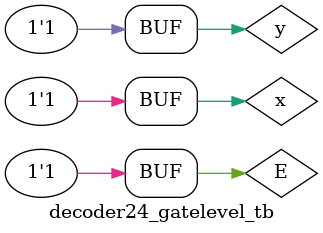
<source format=v>
 /*                                                                      
 Copyright 2018 Nuclei System Technology, Inc.                
                                                                         
 Licensed under the Apache License, Version 2.0 (the "License");         
 you may not use this file except in compliance with the License.        
 You may obtain a copy of the License at                                 
                                                                         
     http://www.apache.org/licenses/LICENSE-2.0                          
                                                                         
  Unless required by applicable law or agreed to in writing, software    
 distributed under the License is distributed on an "AS IS" BASIS,       
 WITHOUT WARRANTIES OR CONDITIONS OF ANY KIND, either express or implied.
 See the License for the specific language governing permissions and     
 limitations under the License.                                          
 */                                                                      
                                                                         
                                                                         
                                                                         
module e203_soc_top(

    // This clock should comes from the crystal pad generated high speed clock (16MHz)
  input  hfextclk,
  output hfxoscen,// The signal to enable the crystal pad generated clock

  // This clock should comes from the crystal pad generated low speed clock (32.768KHz)
  input  lfextclk,
  output lfxoscen,// The signal to enable the crystal pad generated clock


  // The JTAG TCK is input, need to be pull-up
  input   io_pads_jtag_TCK_i_ival,

  // The JTAG TMS is input, need to be pull-up
  input   io_pads_jtag_TMS_i_ival,

  // The JTAG TDI is input, need to be pull-up
  input   io_pads_jtag_TDI_i_ival,

  // The JTAG TDO is output have enable
  output  io_pads_jtag_TDO_o_oval,
  output  io_pads_jtag_TDO_o_oe,

  // The GPIO are all bidir pad have enables
  input   io_pads_gpio_0_i_ival,
  output  io_pads_gpio_0_o_oval,
  output  io_pads_gpio_0_o_oe,
  output  io_pads_gpio_0_o_ie,
  output  io_pads_gpio_0_o_pue,
  output  io_pads_gpio_0_o_ds,
  input   io_pads_gpio_1_i_ival,
  output  io_pads_gpio_1_o_oval,
  output  io_pads_gpio_1_o_oe,
  output  io_pads_gpio_1_o_ie,
  output  io_pads_gpio_1_o_pue,
  output  io_pads_gpio_1_o_ds,
  input   io_pads_gpio_2_i_ival,
  output  io_pads_gpio_2_o_oval,
  output  io_pads_gpio_2_o_oe,
  output  io_pads_gpio_2_o_ie,
  output  io_pads_gpio_2_o_pue,
  output  io_pads_gpio_2_o_ds,
  input   io_pads_gpio_3_i_ival,
  output  io_pads_gpio_3_o_oval,
  output  io_pads_gpio_3_o_oe,
  output  io_pads_gpio_3_o_ie,
  output  io_pads_gpio_3_o_pue,
  output  io_pads_gpio_3_o_ds,
  input   io_pads_gpio_4_i_ival,
  output  io_pads_gpio_4_o_oval,
  output  io_pads_gpio_4_o_oe,
  output  io_pads_gpio_4_o_ie,
  output  io_pads_gpio_4_o_pue,
  output  io_pads_gpio_4_o_ds,
  input   io_pads_gpio_5_i_ival,
  output  io_pads_gpio_5_o_oval,
  output  io_pads_gpio_5_o_oe,
  output  io_pads_gpio_5_o_ie,
  output  io_pads_gpio_5_o_pue,
  output  io_pads_gpio_5_o_ds,
  input   io_pads_gpio_6_i_ival,
  output  io_pads_gpio_6_o_oval,
  output  io_pads_gpio_6_o_oe,
  output  io_pads_gpio_6_o_ie,
  output  io_pads_gpio_6_o_pue,
  output  io_pads_gpio_6_o_ds,
  input   io_pads_gpio_7_i_ival,
  output  io_pads_gpio_7_o_oval,
  output  io_pads_gpio_7_o_oe,
  output  io_pads_gpio_7_o_ie,
  output  io_pads_gpio_7_o_pue,
  output  io_pads_gpio_7_o_ds,
  input   io_pads_gpio_8_i_ival,
  output  io_pads_gpio_8_o_oval,
  output  io_pads_gpio_8_o_oe,
  output  io_pads_gpio_8_o_ie,
  output  io_pads_gpio_8_o_pue,
  output  io_pads_gpio_8_o_ds,
  input   io_pads_gpio_9_i_ival,
  output  io_pads_gpio_9_o_oval,
  output  io_pads_gpio_9_o_oe,
  output  io_pads_gpio_9_o_ie,
  output  io_pads_gpio_9_o_pue,
  output  io_pads_gpio_9_o_ds,
  input   io_pads_gpio_10_i_ival,
  output  io_pads_gpio_10_o_oval,
  output  io_pads_gpio_10_o_oe,
  output  io_pads_gpio_10_o_ie,
  output  io_pads_gpio_10_o_pue,
  output  io_pads_gpio_10_o_ds,
  input   io_pads_gpio_11_i_ival,
  output  io_pads_gpio_11_o_oval,
  output  io_pads_gpio_11_o_oe,
  output  io_pads_gpio_11_o_ie,
  output  io_pads_gpio_11_o_pue,
  output  io_pads_gpio_11_o_ds,
  input   io_pads_gpio_12_i_ival,
  output  io_pads_gpio_12_o_oval,
  output  io_pads_gpio_12_o_oe,
  output  io_pads_gpio_12_o_ie,
  output  io_pads_gpio_12_o_pue,
  output  io_pads_gpio_12_o_ds,
  input   io_pads_gpio_13_i_ival,
  output  io_pads_gpio_13_o_oval,
  output  io_pads_gpio_13_o_oe,
  output  io_pads_gpio_13_o_ie,
  output  io_pads_gpio_13_o_pue,
  output  io_pads_gpio_13_o_ds,
  input   io_pads_gpio_14_i_ival,
  output  io_pads_gpio_14_o_oval,
  output  io_pads_gpio_14_o_oe,
  output  io_pads_gpio_14_o_ie,
  output  io_pads_gpio_14_o_pue,
  output  io_pads_gpio_14_o_ds,
  input   io_pads_gpio_15_i_ival,
  output  io_pads_gpio_15_o_oval,
  output  io_pads_gpio_15_o_oe,
  output  io_pads_gpio_15_o_ie,
  output  io_pads_gpio_15_o_pue,
  output  io_pads_gpio_15_o_ds,
  input   io_pads_gpio_16_i_ival,
  output  io_pads_gpio_16_o_oval,
  output  io_pads_gpio_16_o_oe,
  output  io_pads_gpio_16_o_ie,
  output  io_pads_gpio_16_o_pue,
  output  io_pads_gpio_16_o_ds,
  input   io_pads_gpio_17_i_ival,
  output  io_pads_gpio_17_o_oval,
  output  io_pads_gpio_17_o_oe,
  output  io_pads_gpio_17_o_ie,
  output  io_pads_gpio_17_o_pue,
  output  io_pads_gpio_17_o_ds,
  input   io_pads_gpio_18_i_ival,
  output  io_pads_gpio_18_o_oval,
  output  io_pads_gpio_18_o_oe,
  output  io_pads_gpio_18_o_ie,
  output  io_pads_gpio_18_o_pue,
  output  io_pads_gpio_18_o_ds,
  input   io_pads_gpio_19_i_ival,
  output  io_pads_gpio_19_o_oval,
  output  io_pads_gpio_19_o_oe,
  output  io_pads_gpio_19_o_ie,
  output  io_pads_gpio_19_o_pue,
  output  io_pads_gpio_19_o_ds,
  input   io_pads_gpio_20_i_ival,
  output  io_pads_gpio_20_o_oval,
  output  io_pads_gpio_20_o_oe,
  output  io_pads_gpio_20_o_ie,
  output  io_pads_gpio_20_o_pue,
  output  io_pads_gpio_20_o_ds,
  input   io_pads_gpio_21_i_ival,
  output  io_pads_gpio_21_o_oval,
  output  io_pads_gpio_21_o_oe,
  output  io_pads_gpio_21_o_ie,
  output  io_pads_gpio_21_o_pue,
  output  io_pads_gpio_21_o_ds,
  input   io_pads_gpio_22_i_ival,
  output  io_pads_gpio_22_o_oval,
  output  io_pads_gpio_22_o_oe,
  output  io_pads_gpio_22_o_ie,
  output  io_pads_gpio_22_o_pue,
  output  io_pads_gpio_22_o_ds,
  input   io_pads_gpio_23_i_ival,
  output  io_pads_gpio_23_o_oval,
  output  io_pads_gpio_23_o_oe,
  output  io_pads_gpio_23_o_ie,
  output  io_pads_gpio_23_o_pue,
  output  io_pads_gpio_23_o_ds,
  input   io_pads_gpio_24_i_ival,
  output  io_pads_gpio_24_o_oval,
  output  io_pads_gpio_24_o_oe,
  output  io_pads_gpio_24_o_ie,
  output  io_pads_gpio_24_o_pue,
  output  io_pads_gpio_24_o_ds,
  input   io_pads_gpio_25_i_ival,
  output  io_pads_gpio_25_o_oval,
  output  io_pads_gpio_25_o_oe,
  output  io_pads_gpio_25_o_ie,
  output  io_pads_gpio_25_o_pue,
  output  io_pads_gpio_25_o_ds,
  input   io_pads_gpio_26_i_ival,
  output  io_pads_gpio_26_o_oval,
  output  io_pads_gpio_26_o_oe,
  output  io_pads_gpio_26_o_ie,
  output  io_pads_gpio_26_o_pue,
  output  io_pads_gpio_26_o_ds,
  input   io_pads_gpio_27_i_ival,
  output  io_pads_gpio_27_o_oval,
  output  io_pads_gpio_27_o_oe,
  output  io_pads_gpio_27_o_ie,
  output  io_pads_gpio_27_o_pue,
  output  io_pads_gpio_27_o_ds,
  input   io_pads_gpio_28_i_ival,
  output  io_pads_gpio_28_o_oval,
  output  io_pads_gpio_28_o_oe,
  output  io_pads_gpio_28_o_ie,
  output  io_pads_gpio_28_o_pue,
  output  io_pads_gpio_28_o_ds,
  input   io_pads_gpio_29_i_ival,
  output  io_pads_gpio_29_o_oval,
  output  io_pads_gpio_29_o_oe,
  output  io_pads_gpio_29_o_ie,
  output  io_pads_gpio_29_o_pue,
  output  io_pads_gpio_29_o_ds,
  input   io_pads_gpio_30_i_ival,
  output  io_pads_gpio_30_o_oval,
  output  io_pads_gpio_30_o_oe,
  output  io_pads_gpio_30_o_ie,
  output  io_pads_gpio_30_o_pue,
  output  io_pads_gpio_30_o_ds,
  input   io_pads_gpio_31_i_ival,
  output  io_pads_gpio_31_o_oval,
  output  io_pads_gpio_31_o_oe,
  output  io_pads_gpio_31_o_ie,
  output  io_pads_gpio_31_o_pue,
  output  io_pads_gpio_31_o_ds,


  //QSPI SCK and CS is output without enable
  output  io_pads_qspi_sck_o_oval,
  output  io_pads_qspi_cs_0_o_oval,

  //QSPI DQ is bidir I/O with enable, and need pull-up enable
  input   io_pads_qspi_dq_0_i_ival,
  output  io_pads_qspi_dq_0_o_oval,
  output  io_pads_qspi_dq_0_o_oe,
  output  io_pads_qspi_dq_0_o_ie,
  output  io_pads_qspi_dq_0_o_pue,
  output  io_pads_qspi_dq_0_o_ds,
  input   io_pads_qspi_dq_1_i_ival,
  output  io_pads_qspi_dq_1_o_oval,
  output  io_pads_qspi_dq_1_o_oe,
  output  io_pads_qspi_dq_1_o_ie,
  output  io_pads_qspi_dq_1_o_pue,
  output  io_pads_qspi_dq_1_o_ds,
  input   io_pads_qspi_dq_2_i_ival,
  output  io_pads_qspi_dq_2_o_oval,
  output  io_pads_qspi_dq_2_o_oe,
  output  io_pads_qspi_dq_2_o_ie,
  output  io_pads_qspi_dq_2_o_pue,
  output  io_pads_qspi_dq_2_o_ds,
  input   io_pads_qspi_dq_3_i_ival,
  output  io_pads_qspi_dq_3_o_oval,
  output  io_pads_qspi_dq_3_o_oe,
  output  io_pads_qspi_dq_3_o_ie,
  output  io_pads_qspi_dq_3_o_pue,
  output  io_pads_qspi_dq_3_o_ds,

  // Erst is input need to be pull-up by default
  input   io_pads_aon_erst_n_i_ival,

  // dbgmode are inputs need to be pull-up by default
  input  io_pads_dbgmode0_n_i_ival,
  input  io_pads_dbgmode1_n_i_ival,
  input  io_pads_dbgmode2_n_i_ival,

  // BootRom is input need to be pull-up by default
  input  io_pads_bootrom_n_i_ival,


  // dwakeup is input need to be pull-up by default
  input  io_pads_aon_pmu_dwakeup_n_i_ival,

      // PMU output is just output without enable
  output io_pads_aon_pmu_padrst_o_oval,
  output io_pads_aon_pmu_vddpaden_o_oval 
);


 
 wire sysper_icb_cmd_valid;
 wire sysper_icb_cmd_ready;

 wire sysfio_icb_cmd_valid;
 wire sysfio_icb_cmd_ready;

 wire sysmem_icb_cmd_valid;
 wire sysmem_icb_cmd_ready;

 e203_subsys_top u_e203_subsys_top(
    .core_mhartid      (1'b0),
  



  `ifdef E203_HAS_ITCM_EXTITF //{
    .ext2itcm_icb_cmd_valid  (1'b0),
    .ext2itcm_icb_cmd_ready  (),
    .ext2itcm_icb_cmd_addr   (`E203_ITCM_ADDR_WIDTH'b0 ),
    .ext2itcm_icb_cmd_read   (1'b0 ),
    .ext2itcm_icb_cmd_wdata  (32'b0),
    .ext2itcm_icb_cmd_wmask  (4'b0),
    
    .ext2itcm_icb_rsp_valid  (),
    .ext2itcm_icb_rsp_ready  (1'b0),
    .ext2itcm_icb_rsp_err    (),
    .ext2itcm_icb_rsp_rdata  (),
  `endif//}

  `ifdef E203_HAS_DTCM_EXTITF //{
    .ext2dtcm_icb_cmd_valid  (1'b0),
    .ext2dtcm_icb_cmd_ready  (),
    .ext2dtcm_icb_cmd_addr   (`E203_DTCM_ADDR_WIDTH'b0 ),
    .ext2dtcm_icb_cmd_read   (1'b0 ),
    .ext2dtcm_icb_cmd_wdata  (32'b0),
    .ext2dtcm_icb_cmd_wmask  (4'b0),
    
    .ext2dtcm_icb_rsp_valid  (),
    .ext2dtcm_icb_rsp_ready  (1'b0),
    .ext2dtcm_icb_rsp_err    (),
    .ext2dtcm_icb_rsp_rdata  (),
  `endif//}

  .sysper_icb_cmd_valid (sysper_icb_cmd_valid),
  .sysper_icb_cmd_ready (sysper_icb_cmd_ready),
  .sysper_icb_cmd_read  (), 
  .sysper_icb_cmd_addr  (), 
  .sysper_icb_cmd_wdata (), 
  .sysper_icb_cmd_wmask (), 
  
  .sysper_icb_rsp_valid (sysper_icb_cmd_valid),
  .sysper_icb_rsp_ready (sysper_icb_cmd_ready),
  .sysper_icb_rsp_err   (1'b0  ),
  .sysper_icb_rsp_rdata (32'b0),


  .sysfio_icb_cmd_valid(sysfio_icb_cmd_valid),
  .sysfio_icb_cmd_ready(sysfio_icb_cmd_ready),
  .sysfio_icb_cmd_read (), 
  .sysfio_icb_cmd_addr (), 
  .sysfio_icb_cmd_wdata(), 
  .sysfio_icb_cmd_wmask(), 
   
  .sysfio_icb_rsp_valid(sysfio_icb_cmd_valid),
  .sysfio_icb_rsp_ready(sysfio_icb_cmd_ready),
  .sysfio_icb_rsp_err  (1'b0  ),
  .sysfio_icb_rsp_rdata(32'b0),

  .sysmem_icb_cmd_valid(sysmem_icb_cmd_valid),
  .sysmem_icb_cmd_ready(sysmem_icb_cmd_ready),
  .sysmem_icb_cmd_read (), 
  .sysmem_icb_cmd_addr (), 
  .sysmem_icb_cmd_wdata(), 
  .sysmem_icb_cmd_wmask(), 

  .sysmem_icb_rsp_valid(sysmem_icb_cmd_valid),
  .sysmem_icb_rsp_ready(sysmem_icb_cmd_ready),
  .sysmem_icb_rsp_err  (1'b0  ),
  .sysmem_icb_rsp_rdata(32'b0),

  .io_pads_jtag_TCK_i_ival    (io_pads_jtag_TCK_i_ival    ),
  .io_pads_jtag_TCK_o_oval    (),
  .io_pads_jtag_TCK_o_oe      (),
  .io_pads_jtag_TCK_o_ie      (),
  .io_pads_jtag_TCK_o_pue     (),
  .io_pads_jtag_TCK_o_ds      (),

  .io_pads_jtag_TMS_i_ival    (io_pads_jtag_TMS_i_ival    ),
  .io_pads_jtag_TMS_o_oval    (),
  .io_pads_jtag_TMS_o_oe      (),
  .io_pads_jtag_TMS_o_ie      (),
  .io_pads_jtag_TMS_o_pue     (),
  .io_pads_jtag_TMS_o_ds      (),

  .io_pads_jtag_TDI_i_ival    (io_pads_jtag_TDI_i_ival    ),
  .io_pads_jtag_TDI_o_oval    (),
  .io_pads_jtag_TDI_o_oe      (),
  .io_pads_jtag_TDI_o_ie      (),
  .io_pads_jtag_TDI_o_pue     (),
  .io_pads_jtag_TDI_o_ds      (),

  .io_pads_jtag_TDO_i_ival    (1'b1    ),
  .io_pads_jtag_TDO_o_oval    (io_pads_jtag_TDO_o_oval    ),
  .io_pads_jtag_TDO_o_oe      (io_pads_jtag_TDO_o_oe      ),
  .io_pads_jtag_TDO_o_ie      (),
  .io_pads_jtag_TDO_o_pue     (),
  .io_pads_jtag_TDO_o_ds      (),

  .io_pads_jtag_TRST_n_i_ival (1'b1 ),
  .io_pads_jtag_TRST_n_o_oval (),
  .io_pads_jtag_TRST_n_o_oe   (),
  .io_pads_jtag_TRST_n_o_ie   (),
  .io_pads_jtag_TRST_n_o_pue  (),
  .io_pads_jtag_TRST_n_o_ds   (),

  .test_mode(1'b0),
  .test_iso_override(1'b0),

  .io_pads_gpio_0_i_ival           (io_pads_gpio_0_i_ival & io_pads_gpio_0_o_ie),
  .io_pads_gpio_0_o_oval           (io_pads_gpio_0_o_oval),
  .io_pads_gpio_0_o_oe             (io_pads_gpio_0_o_oe),
  .io_pads_gpio_0_o_ie             (io_pads_gpio_0_o_ie),
  .io_pads_gpio_0_o_pue            (io_pads_gpio_0_o_pue),
  .io_pads_gpio_0_o_ds             (io_pads_gpio_0_o_ds),

  .io_pads_gpio_1_i_ival           (io_pads_gpio_1_i_ival & io_pads_gpio_1_o_ie),
  .io_pads_gpio_1_o_oval           (io_pads_gpio_1_o_oval),
  .io_pads_gpio_1_o_oe             (io_pads_gpio_1_o_oe),
  .io_pads_gpio_1_o_ie             (io_pads_gpio_1_o_ie),
  .io_pads_gpio_1_o_pue            (io_pads_gpio_1_o_pue),
  .io_pads_gpio_1_o_ds             (io_pads_gpio_1_o_ds),

  .io_pads_gpio_2_i_ival           (io_pads_gpio_2_i_ival & io_pads_gpio_2_o_ie),
  .io_pads_gpio_2_o_oval           (io_pads_gpio_2_o_oval),
  .io_pads_gpio_2_o_oe             (io_pads_gpio_2_o_oe),
  .io_pads_gpio_2_o_ie             (io_pads_gpio_2_o_ie),
  .io_pads_gpio_2_o_pue            (io_pads_gpio_2_o_pue),
  .io_pads_gpio_2_o_ds             (io_pads_gpio_2_o_ds),

  .io_pads_gpio_3_i_ival           (io_pads_gpio_3_i_ival & io_pads_gpio_3_o_ie),
  .io_pads_gpio_3_o_oval           (io_pads_gpio_3_o_oval),
  .io_pads_gpio_3_o_oe             (io_pads_gpio_3_o_oe),
  .io_pads_gpio_3_o_ie             (io_pads_gpio_3_o_ie),
  .io_pads_gpio_3_o_pue            (io_pads_gpio_3_o_pue),
  .io_pads_gpio_3_o_ds             (io_pads_gpio_3_o_ds),

  .io_pads_gpio_4_i_ival           (io_pads_gpio_4_i_ival & io_pads_gpio_4_o_ie),
  .io_pads_gpio_4_o_oval           (io_pads_gpio_4_o_oval),
  .io_pads_gpio_4_o_oe             (io_pads_gpio_4_o_oe),
  .io_pads_gpio_4_o_ie             (io_pads_gpio_4_o_ie),
  .io_pads_gpio_4_o_pue            (io_pads_gpio_4_o_pue),
  .io_pads_gpio_4_o_ds             (io_pads_gpio_4_o_ds),

  .io_pads_gpio_5_i_ival           (io_pads_gpio_5_i_ival & io_pads_gpio_5_o_ie),
  .io_pads_gpio_5_o_oval           (io_pads_gpio_5_o_oval),
  .io_pads_gpio_5_o_oe             (io_pads_gpio_5_o_oe),
  .io_pads_gpio_5_o_ie             (io_pads_gpio_5_o_ie),
  .io_pads_gpio_5_o_pue            (io_pads_gpio_5_o_pue),
  .io_pads_gpio_5_o_ds             (io_pads_gpio_5_o_ds),

  .io_pads_gpio_6_i_ival           (io_pads_gpio_6_i_ival & io_pads_gpio_6_o_ie),
  .io_pads_gpio_6_o_oval           (io_pads_gpio_6_o_oval),
  .io_pads_gpio_6_o_oe             (io_pads_gpio_6_o_oe),
  .io_pads_gpio_6_o_ie             (io_pads_gpio_6_o_ie),
  .io_pads_gpio_6_o_pue            (io_pads_gpio_6_o_pue),
  .io_pads_gpio_6_o_ds             (io_pads_gpio_6_o_ds),

  .io_pads_gpio_7_i_ival           (io_pads_gpio_7_i_ival & io_pads_gpio_7_o_ie),
  .io_pads_gpio_7_o_oval           (io_pads_gpio_7_o_oval),
  .io_pads_gpio_7_o_oe             (io_pads_gpio_7_o_oe),
  .io_pads_gpio_7_o_ie             (io_pads_gpio_7_o_ie),
  .io_pads_gpio_7_o_pue            (io_pads_gpio_7_o_pue),
  .io_pads_gpio_7_o_ds             (io_pads_gpio_7_o_ds),

  .io_pads_gpio_8_i_ival           (io_pads_gpio_8_i_ival & io_pads_gpio_8_o_ie),
  .io_pads_gpio_8_o_oval           (io_pads_gpio_8_o_oval),
  .io_pads_gpio_8_o_oe             (io_pads_gpio_8_o_oe),
  .io_pads_gpio_8_o_ie             (io_pads_gpio_8_o_ie),
  .io_pads_gpio_8_o_pue            (io_pads_gpio_8_o_pue),
  .io_pads_gpio_8_o_ds             (io_pads_gpio_8_o_ds),

  .io_pads_gpio_9_i_ival           (io_pads_gpio_9_i_ival & io_pads_gpio_9_o_ie),
  .io_pads_gpio_9_o_oval           (io_pads_gpio_9_o_oval),
  .io_pads_gpio_9_o_oe             (io_pads_gpio_9_o_oe),
  .io_pads_gpio_9_o_ie             (io_pads_gpio_9_o_ie),
  .io_pads_gpio_9_o_pue            (io_pads_gpio_9_o_pue),
  .io_pads_gpio_9_o_ds             (io_pads_gpio_9_o_ds),

  .io_pads_gpio_10_i_ival          (io_pads_gpio_10_i_ival & io_pads_gpio_10_o_ie),
  .io_pads_gpio_10_o_oval          (io_pads_gpio_10_o_oval),
  .io_pads_gpio_10_o_oe            (io_pads_gpio_10_o_oe),
  .io_pads_gpio_10_o_ie            (io_pads_gpio_10_o_ie),
  .io_pads_gpio_10_o_pue           (io_pads_gpio_10_o_pue),
  .io_pads_gpio_10_o_ds            (io_pads_gpio_10_o_ds),

  .io_pads_gpio_11_i_ival          (io_pads_gpio_11_i_ival & io_pads_gpio_11_o_ie),
  .io_pads_gpio_11_o_oval          (io_pads_gpio_11_o_oval),
  .io_pads_gpio_11_o_oe            (io_pads_gpio_11_o_oe),
  .io_pads_gpio_11_o_ie            (io_pads_gpio_11_o_ie),
  .io_pads_gpio_11_o_pue           (io_pads_gpio_11_o_pue),
  .io_pads_gpio_11_o_ds            (io_pads_gpio_11_o_ds),

  .io_pads_gpio_12_i_ival          (io_pads_gpio_12_i_ival & io_pads_gpio_12_o_ie),
  .io_pads_gpio_12_o_oval          (io_pads_gpio_12_o_oval),
  .io_pads_gpio_12_o_oe            (io_pads_gpio_12_o_oe),
  .io_pads_gpio_12_o_ie            (io_pads_gpio_12_o_ie),
  .io_pads_gpio_12_o_pue           (io_pads_gpio_12_o_pue),
  .io_pads_gpio_12_o_ds            (io_pads_gpio_12_o_ds),

  .io_pads_gpio_13_i_ival          (io_pads_gpio_13_i_ival & io_pads_gpio_13_o_ie),
  .io_pads_gpio_13_o_oval          (io_pads_gpio_13_o_oval),
  .io_pads_gpio_13_o_oe            (io_pads_gpio_13_o_oe),
  .io_pads_gpio_13_o_ie            (io_pads_gpio_13_o_ie),
  .io_pads_gpio_13_o_pue           (io_pads_gpio_13_o_pue),
  .io_pads_gpio_13_o_ds            (io_pads_gpio_13_o_ds),

  .io_pads_gpio_14_i_ival          (io_pads_gpio_14_i_ival & io_pads_gpio_14_o_ie),
  .io_pads_gpio_14_o_oval          (io_pads_gpio_14_o_oval),
  .io_pads_gpio_14_o_oe            (io_pads_gpio_14_o_oe),
  .io_pads_gpio_14_o_ie            (io_pads_gpio_14_o_ie),
  .io_pads_gpio_14_o_pue           (io_pads_gpio_14_o_pue),
  .io_pads_gpio_14_o_ds            (io_pads_gpio_14_o_ds),

  .io_pads_gpio_15_i_ival          (io_pads_gpio_15_i_ival & io_pads_gpio_15_o_ie),
  .io_pads_gpio_15_o_oval          (io_pads_gpio_15_o_oval),
  .io_pads_gpio_15_o_oe            (io_pads_gpio_15_o_oe),
  .io_pads_gpio_15_o_ie            (io_pads_gpio_15_o_ie),
  .io_pads_gpio_15_o_pue           (io_pads_gpio_15_o_pue),
  .io_pads_gpio_15_o_ds            (io_pads_gpio_15_o_ds),

  .io_pads_gpio_16_i_ival          (io_pads_gpio_16_i_ival & io_pads_gpio_16_o_ie),
  .io_pads_gpio_16_o_oval          (io_pads_gpio_16_o_oval),
  .io_pads_gpio_16_o_oe            (io_pads_gpio_16_o_oe),
  .io_pads_gpio_16_o_ie            (io_pads_gpio_16_o_ie),
  .io_pads_gpio_16_o_pue           (io_pads_gpio_16_o_pue),
  .io_pads_gpio_16_o_ds            (io_pads_gpio_16_o_ds),

  .io_pads_gpio_17_i_ival          (io_pads_gpio_17_i_ival & io_pads_gpio_17_o_ie),
  .io_pads_gpio_17_o_oval          (io_pads_gpio_17_o_oval),
  .io_pads_gpio_17_o_oe            (io_pads_gpio_17_o_oe),
  .io_pads_gpio_17_o_ie            (io_pads_gpio_17_o_ie),
  .io_pads_gpio_17_o_pue           (io_pads_gpio_17_o_pue),
  .io_pads_gpio_17_o_ds            (io_pads_gpio_17_o_ds),

  .io_pads_gpio_18_i_ival          (io_pads_gpio_18_i_ival & io_pads_gpio_18_o_ie),
  .io_pads_gpio_18_o_oval          (io_pads_gpio_18_o_oval),
  .io_pads_gpio_18_o_oe            (io_pads_gpio_18_o_oe),
  .io_pads_gpio_18_o_ie            (io_pads_gpio_18_o_ie),
  .io_pads_gpio_18_o_pue           (io_pads_gpio_18_o_pue),
  .io_pads_gpio_18_o_ds            (io_pads_gpio_18_o_ds),

  .io_pads_gpio_19_i_ival          (io_pads_gpio_19_i_ival & io_pads_gpio_19_o_ie),
  .io_pads_gpio_19_o_oval          (io_pads_gpio_19_o_oval),
  .io_pads_gpio_19_o_oe            (io_pads_gpio_19_o_oe),
  .io_pads_gpio_19_o_ie            (io_pads_gpio_19_o_ie),
  .io_pads_gpio_19_o_pue           (io_pads_gpio_19_o_pue),
  .io_pads_gpio_19_o_ds            (io_pads_gpio_19_o_ds),

  .io_pads_gpio_20_i_ival          (io_pads_gpio_20_i_ival & io_pads_gpio_20_o_ie),
  .io_pads_gpio_20_o_oval          (io_pads_gpio_20_o_oval),
  .io_pads_gpio_20_o_oe            (io_pads_gpio_20_o_oe),
  .io_pads_gpio_20_o_ie            (io_pads_gpio_20_o_ie),
  .io_pads_gpio_20_o_pue           (io_pads_gpio_20_o_pue),
  .io_pads_gpio_20_o_ds            (io_pads_gpio_20_o_ds),

  .io_pads_gpio_21_i_ival          (io_pads_gpio_21_i_ival & io_pads_gpio_21_o_ie),
  .io_pads_gpio_21_o_oval          (io_pads_gpio_21_o_oval),
  .io_pads_gpio_21_o_oe            (io_pads_gpio_21_o_oe),
  .io_pads_gpio_21_o_ie            (io_pads_gpio_21_o_ie),
  .io_pads_gpio_21_o_pue           (io_pads_gpio_21_o_pue),
  .io_pads_gpio_21_o_ds            (io_pads_gpio_21_o_ds),

  .io_pads_gpio_22_i_ival          (io_pads_gpio_22_i_ival & io_pads_gpio_22_o_ie),
  .io_pads_gpio_22_o_oval          (io_pads_gpio_22_o_oval),
  .io_pads_gpio_22_o_oe            (io_pads_gpio_22_o_oe),
  .io_pads_gpio_22_o_ie            (io_pads_gpio_22_o_ie),
  .io_pads_gpio_22_o_pue           (io_pads_gpio_22_o_pue),
  .io_pads_gpio_22_o_ds            (io_pads_gpio_22_o_ds),

  .io_pads_gpio_23_i_ival          (io_pads_gpio_23_i_ival & io_pads_gpio_23_o_ie),
  .io_pads_gpio_23_o_oval          (io_pads_gpio_23_o_oval),
  .io_pads_gpio_23_o_oe            (io_pads_gpio_23_o_oe),
  .io_pads_gpio_23_o_ie            (io_pads_gpio_23_o_ie),
  .io_pads_gpio_23_o_pue           (io_pads_gpio_23_o_pue),
  .io_pads_gpio_23_o_ds            (io_pads_gpio_23_o_ds),

  .io_pads_gpio_24_i_ival          (io_pads_gpio_24_i_ival & io_pads_gpio_24_o_ie),
  .io_pads_gpio_24_o_oval          (io_pads_gpio_24_o_oval),
  .io_pads_gpio_24_o_oe            (io_pads_gpio_24_o_oe),
  .io_pads_gpio_24_o_ie            (io_pads_gpio_24_o_ie),
  .io_pads_gpio_24_o_pue           (io_pads_gpio_24_o_pue),
  .io_pads_gpio_24_o_ds            (io_pads_gpio_24_o_ds),

  .io_pads_gpio_25_i_ival          (io_pads_gpio_25_i_ival & io_pads_gpio_25_o_ie),
  .io_pads_gpio_25_o_oval          (io_pads_gpio_25_o_oval),
  .io_pads_gpio_25_o_oe            (io_pads_gpio_25_o_oe),
  .io_pads_gpio_25_o_ie            (io_pads_gpio_25_o_ie),
  .io_pads_gpio_25_o_pue           (io_pads_gpio_25_o_pue),
  .io_pads_gpio_25_o_ds            (io_pads_gpio_25_o_ds),

  .io_pads_gpio_26_i_ival          (io_pads_gpio_26_i_ival & io_pads_gpio_26_o_ie),
  .io_pads_gpio_26_o_oval          (io_pads_gpio_26_o_oval),
  .io_pads_gpio_26_o_oe            (io_pads_gpio_26_o_oe),
  .io_pads_gpio_26_o_ie            (io_pads_gpio_26_o_ie),
  .io_pads_gpio_26_o_pue           (io_pads_gpio_26_o_pue),
  .io_pads_gpio_26_o_ds            (io_pads_gpio_26_o_ds),

  .io_pads_gpio_27_i_ival          (io_pads_gpio_27_i_ival & io_pads_gpio_27_o_ie),
  .io_pads_gpio_27_o_oval          (io_pads_gpio_27_o_oval),
  .io_pads_gpio_27_o_oe            (io_pads_gpio_27_o_oe),
  .io_pads_gpio_27_o_ie            (io_pads_gpio_27_o_ie),
  .io_pads_gpio_27_o_pue           (io_pads_gpio_27_o_pue),
  .io_pads_gpio_27_o_ds            (io_pads_gpio_27_o_ds),

  .io_pads_gpio_28_i_ival          (io_pads_gpio_28_i_ival & io_pads_gpio_28_o_ie),
  .io_pads_gpio_28_o_oval          (io_pads_gpio_28_o_oval),
  .io_pads_gpio_28_o_oe            (io_pads_gpio_28_o_oe),
  .io_pads_gpio_28_o_ie            (io_pads_gpio_28_o_ie),
  .io_pads_gpio_28_o_pue           (io_pads_gpio_28_o_pue),
  .io_pads_gpio_28_o_ds            (io_pads_gpio_28_o_ds),

  .io_pads_gpio_29_i_ival          (io_pads_gpio_29_i_ival & io_pads_gpio_29_o_ie),
  .io_pads_gpio_29_o_oval          (io_pads_gpio_29_o_oval),
  .io_pads_gpio_29_o_oe            (io_pads_gpio_29_o_oe),
  .io_pads_gpio_29_o_ie            (io_pads_gpio_29_o_ie),
  .io_pads_gpio_29_o_pue           (io_pads_gpio_29_o_pue),
  .io_pads_gpio_29_o_ds            (io_pads_gpio_29_o_ds),

  .io_pads_gpio_30_i_ival          (io_pads_gpio_30_i_ival & io_pads_gpio_30_o_ie),
  .io_pads_gpio_30_o_oval          (io_pads_gpio_30_o_oval),
  .io_pads_gpio_30_o_oe            (io_pads_gpio_30_o_oe),
  .io_pads_gpio_30_o_ie            (io_pads_gpio_30_o_ie),
  .io_pads_gpio_30_o_pue           (io_pads_gpio_30_o_pue),
  .io_pads_gpio_30_o_ds            (io_pads_gpio_30_o_ds),

  .io_pads_gpio_31_i_ival          (io_pads_gpio_31_i_ival & io_pads_gpio_31_o_ie),
  .io_pads_gpio_31_o_oval          (io_pads_gpio_31_o_oval),
  .io_pads_gpio_31_o_oe            (io_pads_gpio_31_o_oe),
  .io_pads_gpio_31_o_ie            (io_pads_gpio_31_o_ie),
  .io_pads_gpio_31_o_pue           (io_pads_gpio_31_o_pue),
  .io_pads_gpio_31_o_ds            (io_pads_gpio_31_o_ds),

  .io_pads_qspi_sck_i_ival    (1'b1 ),
  .io_pads_qspi_sck_o_oval    (io_pads_qspi_sck_o_oval ),
  .io_pads_qspi_sck_o_oe      (),
  .io_pads_qspi_sck_o_ie      (),
  .io_pads_qspi_sck_o_pue     (),
  .io_pads_qspi_sck_o_ds      (),
  .io_pads_qspi_dq_0_i_ival   (io_pads_qspi_dq_0_i_ival & io_pads_qspi_dq_0_o_ie),
  .io_pads_qspi_dq_0_o_oval   (io_pads_qspi_dq_0_o_oval),
  .io_pads_qspi_dq_0_o_oe     (io_pads_qspi_dq_0_o_oe  ),
  .io_pads_qspi_dq_0_o_ie     (io_pads_qspi_dq_0_o_ie  ),
  .io_pads_qspi_dq_0_o_pue    (io_pads_qspi_dq_0_o_pue ),
  .io_pads_qspi_dq_0_o_ds     (io_pads_qspi_dq_0_o_ds  ),

  .io_pads_qspi_dq_1_i_ival   (io_pads_qspi_dq_1_i_ival & io_pads_qspi_dq_1_o_ie),
  .io_pads_qspi_dq_1_o_oval   (io_pads_qspi_dq_1_o_oval),
  .io_pads_qspi_dq_1_o_oe     (io_pads_qspi_dq_1_o_oe  ),
  .io_pads_qspi_dq_1_o_ie     (io_pads_qspi_dq_1_o_ie  ),
  .io_pads_qspi_dq_1_o_pue    (io_pads_qspi_dq_1_o_pue ),
  .io_pads_qspi_dq_1_o_ds     (io_pads_qspi_dq_1_o_ds  ),

  .io_pads_qspi_dq_2_i_ival   (io_pads_qspi_dq_2_i_ival & io_pads_qspi_dq_2_o_ie),
  .io_pads_qspi_dq_2_o_oval   (io_pads_qspi_dq_2_o_oval),
  .io_pads_qspi_dq_2_o_oe     (io_pads_qspi_dq_2_o_oe  ),
  .io_pads_qspi_dq_2_o_ie     (io_pads_qspi_dq_2_o_ie  ),
  .io_pads_qspi_dq_2_o_pue    (io_pads_qspi_dq_2_o_pue ),
  .io_pads_qspi_dq_2_o_ds     (io_pads_qspi_dq_2_o_ds  ),

  .io_pads_qspi_dq_3_i_ival   (io_pads_qspi_dq_3_i_ival & io_pads_qspi_dq_3_o_ie),
  .io_pads_qspi_dq_3_o_oval   (io_pads_qspi_dq_3_o_oval),
  .io_pads_qspi_dq_3_o_oe     (io_pads_qspi_dq_3_o_oe  ),
  .io_pads_qspi_dq_3_o_ie     (io_pads_qspi_dq_3_o_ie  ),
  .io_pads_qspi_dq_3_o_pue    (io_pads_qspi_dq_3_o_pue ),
  .io_pads_qspi_dq_3_o_ds     (io_pads_qspi_dq_3_o_ds  ),
  .io_pads_qspi_cs_0_i_ival   (1'b1),
  .io_pads_qspi_cs_0_o_oval   (io_pads_qspi_cs_0_o_oval),
  .io_pads_qspi_cs_0_o_oe     (),
  .io_pads_qspi_cs_0_o_ie     (),
  .io_pads_qspi_cs_0_o_pue    (),
  .io_pads_qspi_cs_0_o_ds     (),

    .hfextclk        (hfextclk),
    .hfxoscen        (hfxoscen),
    .lfextclk        (lfextclk),
    .lfxoscen        (lfxoscen),

  .io_pads_aon_erst_n_i_ival        (io_pads_aon_erst_n_i_ival       ), 
  .io_pads_aon_erst_n_o_oval        (),
  .io_pads_aon_erst_n_o_oe          (),
  .io_pads_aon_erst_n_o_ie          (),
  .io_pads_aon_erst_n_o_pue         (),
  .io_pads_aon_erst_n_o_ds          (),
  .io_pads_aon_pmu_dwakeup_n_i_ival (io_pads_aon_pmu_dwakeup_n_i_ival),
  .io_pads_aon_pmu_dwakeup_n_o_oval (),
  .io_pads_aon_pmu_dwakeup_n_o_oe   (),
  .io_pads_aon_pmu_dwakeup_n_o_ie   (),
  .io_pads_aon_pmu_dwakeup_n_o_pue  (),
  .io_pads_aon_pmu_dwakeup_n_o_ds   (),
  .io_pads_aon_pmu_vddpaden_i_ival  (1'b1 ),
  .io_pads_aon_pmu_vddpaden_o_oval  (io_pads_aon_pmu_vddpaden_o_oval ),
  .io_pads_aon_pmu_vddpaden_o_oe    (),
  .io_pads_aon_pmu_vddpaden_o_ie    (),
  .io_pads_aon_pmu_vddpaden_o_pue   (),
  .io_pads_aon_pmu_vddpaden_o_ds    (),

  
    .io_pads_aon_pmu_padrst_i_ival    (1'b1 ),
    .io_pads_aon_pmu_padrst_o_oval    (io_pads_aon_pmu_padrst_o_oval ),
    .io_pads_aon_pmu_padrst_o_oe      (),
    .io_pads_aon_pmu_padrst_o_ie      (),
    .io_pads_aon_pmu_padrst_o_pue     (),
    .io_pads_aon_pmu_padrst_o_ds      (),

    .io_pads_bootrom_n_i_ival       (io_pads_bootrom_n_i_ival),
    .io_pads_bootrom_n_o_oval       (),
    .io_pads_bootrom_n_o_oe         (),
    .io_pads_bootrom_n_o_ie         (),
    .io_pads_bootrom_n_o_pue        (),
    .io_pads_bootrom_n_o_ds         (),

    .io_pads_dbgmode0_n_i_ival       (io_pads_dbgmode0_n_i_ival),

    .io_pads_dbgmode1_n_i_ival       (io_pads_dbgmode1_n_i_ival),

    .io_pads_dbgmode2_n_i_ival       (io_pads_dbgmode2_n_i_ival) 


  );

  ALU x(Z, Cout, D, A, B, Cin, S);

endmodule


module decoder24_gatelevel_tb;

	wire [3:0] D;
	reg x, y, E;
	
	decoder24_gatelevel dec24_gate(D, x, y, E);
	
	initial
		begin
			$display("2-4 Decoder : ");
			$display("E\ty\tx\t|\tD");
			$display("---------------------------------");
			$monitor("%b\t%b\t%b\t|\t%b", E, y, x, D);
			
				E = 1'b0; y = 1'b0; x = 1'b0;
			#10	E = 1'b0; y = 1'b0; x = 1'b1;
			#10	E = 1'b0; y = 1'b1; x = 1'b0;
			#10	E = 1'b0; y = 1'b1; x = 1'b1;
			#10	E = 1'b1; y = 1'b0; x = 1'b0;
			#10	E = 1'b1; y = 1'b0; x = 1'b1;
			#10	E = 1'b1; y = 1'b1; x = 1'b0;
			#10	E = 1'b1; y = 1'b1; x = 1'b1;
		end

endmodule



</source>
